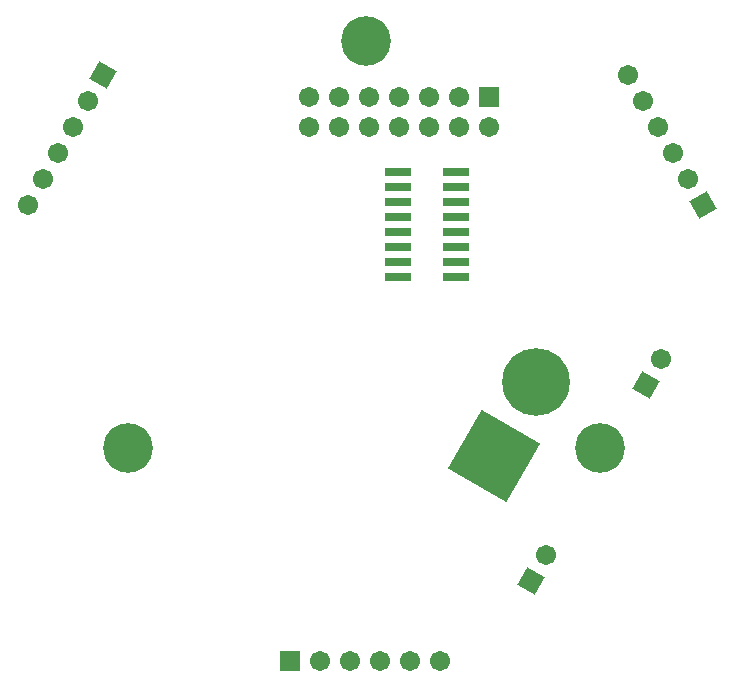
<source format=gbs>
G04*
G04 #@! TF.GenerationSoftware,Altium Limited,Altium Designer,18.1.11 (251)*
G04*
G04 Layer_Color=16711935*
%FSLAX24Y24*%
%MOIN*%
G70*
G01*
G75*
%ADD43P,0.0948X4X165.0*%
%ADD44C,0.0671*%
%ADD45R,0.0671X0.0671*%
%ADD46P,0.0948X4X285.0*%
%ADD47P,0.3184X4X105.0*%
%ADD48C,0.2252*%
%ADD49C,0.1655*%
%ADD64R,0.0850X0.0290*%
D43*
X54009Y40684D02*
D03*
D44*
X53509Y41550D02*
D03*
X53009Y42416D02*
D03*
X52509Y43282D02*
D03*
X52009Y44148D02*
D03*
X51509Y45014D02*
D03*
X46900Y43300D02*
D03*
X45900Y44300D02*
D03*
Y43300D02*
D03*
X44900Y44300D02*
D03*
Y43300D02*
D03*
X43900Y44300D02*
D03*
Y43300D02*
D03*
X42900Y44300D02*
D03*
Y43300D02*
D03*
X41900Y44300D02*
D03*
Y43300D02*
D03*
X40900Y44300D02*
D03*
Y43300D02*
D03*
X33506Y44162D02*
D03*
X33006Y43296D02*
D03*
X32506Y42430D02*
D03*
X32006Y41564D02*
D03*
X31506Y40698D02*
D03*
X48800Y29016D02*
D03*
X52632Y35566D02*
D03*
X41250Y25500D02*
D03*
X42250D02*
D03*
X43250D02*
D03*
X44250D02*
D03*
X45250D02*
D03*
D45*
X46900Y44300D02*
D03*
X40250Y25500D02*
D03*
D46*
X34006Y45028D02*
D03*
X48300Y28150D02*
D03*
X52132Y34700D02*
D03*
D47*
X47041Y32323D02*
D03*
D48*
X48459Y34777D02*
D03*
D49*
X50600Y32600D02*
D03*
X34850D02*
D03*
X42800Y46150D02*
D03*
D64*
X43850Y41800D02*
D03*
Y41300D02*
D03*
Y40800D02*
D03*
Y40300D02*
D03*
Y39800D02*
D03*
Y39300D02*
D03*
Y38800D02*
D03*
Y38300D02*
D03*
X45800D02*
D03*
Y38800D02*
D03*
Y39300D02*
D03*
Y39800D02*
D03*
Y40300D02*
D03*
Y40800D02*
D03*
Y41300D02*
D03*
Y41800D02*
D03*
M02*

</source>
